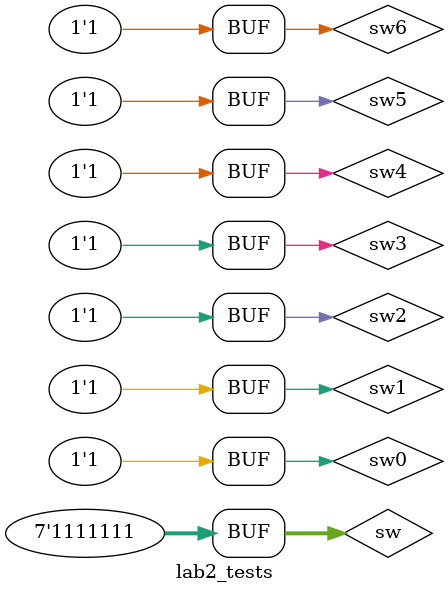
<source format=v>
`timescale 1ns/1ps

module lab2_tests();
   
   reg sw0, sw1, sw2, sw3, sw4, sw5, sw6;
   wire CA,CB,CC,CD,CE,CF,CG,DP,AN0,AN1,AN2,AN3;
   wire [0:6] sw;
        assign sw[0] = sw0;
        assign sw[1] = sw1;
        assign sw[2] = sw2;
        assign sw[3] = sw3;
        assign sw[4] = sw4;
        assign sw[5] = sw5;
        assign sw[6] = sw6;
    wire [0:3] an;
        assign AN0 = an[0];
        assign AN1 = an[1];
        assign AN2 = an[2];
        assign AN3 = an[3];               
// TODO: replace "top_lab2" with the name of your top level Lab 2 module.

   threeBitAdder UTT (
        .sw(sw),.seg({CA,CB,CC,CD,CE,CF,CG}),.dp(DP),.an(an)
        );
// TODO: In the three lines above, make sure the pin names match the names
// used for the inputs/outputs of your top level module.   For example, if you
// used "cin" rather than "sw0", then replace ".sw0(sw0)" with ".cin(sw0)" 
     
    initial
    begin	

        sw0=1'b0;
        sw1=1'b0;
        sw2=1'b0;
        sw3=1'b0;
        sw4=1'b0;
        sw5=1'b0;
        sw6=1'b0;
        // sum is 0 
	    //-------------  Current Time:  0ns
	    #100;  //This advances time by 100 units (ns in this case)
	    sw0 = 1'b1;
        // sum is 1
        // -------------  Current Time:  100ns
        #100;
        sw1 = 1'b1;
        // sum is 2
        // -------------  Current Time:  200ns
        #100;
        sw4 = 1'b1;
        // sum is 3
        // -------------  Current Time:  300ns
        #100;
        sw0 = 1'b0;
		  sw5 = 1'b1;
        // sum is 4
        // -------------  Current Time:  400ns
        #100;
        sw0 = 1'b1;
        // sum is 5
        // -------------  Current Time:  500ns
        #100;
        sw1 = 1'b0;
        sw2 = 1'b1;
        // sum is 6
        // -------------  Current Time:  600ns
        #200;
        sw1 = 1'b1;
        // sum is 7
        // -------------  Current Time:  700ns
        #100;
        sw4 = 1'b0;
        sw5 = 1'b0;
        sw6 = 1'b1;
        // sum is 8
        // -------------  Current Time:  800ns
        #100;
        sw4 = 1'b1;
        // sum is 9
        // -------------  Current Time:  900ns
        #100;
        sw1 = 1'b0;
        sw2 = 1'b0;
        sw3 = 1'b1;
        // sum is 10
        // -------------  Current Time:  1000ns

	    #100;  //This advances time by 100 units (ns in this case)
	    sw1 = 1'b1;
        // sum is 11
        //-------------  Current Time:  1100ns
        #100;  //This advances time by 100 units (ns in this case)
	    sw1 = 1'b0;
	       sw2 = 1'b1;
        // sum is 12
        //-------------  Current Time:  1200ns
        #100;  //This advances time by 100 units (ns in this case)
	    sw1 = 1'b1;
        // sum is 13
        //-------------  Current Time:  1300ns	
        #100;  //This advances time by 100 units (ns in this case)
	    sw4 = 1'b0;
	       sw5 = 1'b1;
        // sum is 14
        //-------------  Current Time:  1400ns	

        #100;  //This advances time by 100 units (ns in this case)
	    sw4 = 1'b1;
        // sum is 15
        //-------------  Current Time:  1500ns	
    //
	// complete this testbentch  so that all 
	// 16 hex values are generated
    end
endmodule	

</source>
